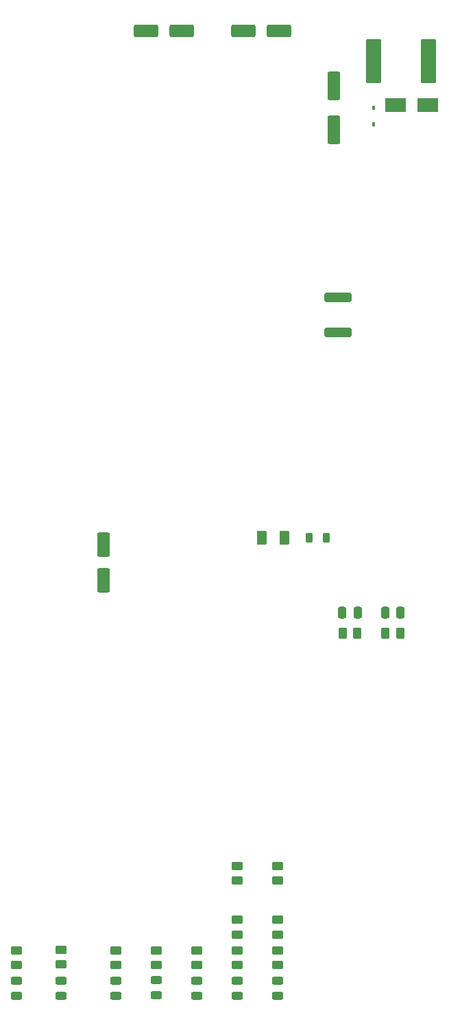
<source format=gbr>
%TF.GenerationSoftware,KiCad,Pcbnew,(6.0.7-1)-1*%
%TF.CreationDate,2022-08-23T12:38:47-05:00*%
%TF.ProjectId,NR1B-Power,4e523142-2d50-46f7-9765-722e6b696361,rev?*%
%TF.SameCoordinates,Original*%
%TF.FileFunction,Paste,Top*%
%TF.FilePolarity,Positive*%
%FSLAX46Y46*%
G04 Gerber Fmt 4.6, Leading zero omitted, Abs format (unit mm)*
G04 Created by KiCad (PCBNEW (6.0.7-1)-1) date 2022-08-23 12:38:47*
%MOMM*%
%LPD*%
G01*
G04 APERTURE LIST*
G04 Aperture macros list*
%AMRoundRect*
0 Rectangle with rounded corners*
0 $1 Rounding radius*
0 $2 $3 $4 $5 $6 $7 $8 $9 X,Y pos of 4 corners*
0 Add a 4 corners polygon primitive as box body*
4,1,4,$2,$3,$4,$5,$6,$7,$8,$9,$2,$3,0*
0 Add four circle primitives for the rounded corners*
1,1,$1+$1,$2,$3*
1,1,$1+$1,$4,$5*
1,1,$1+$1,$6,$7*
1,1,$1+$1,$8,$9*
0 Add four rect primitives between the rounded corners*
20,1,$1+$1,$2,$3,$4,$5,0*
20,1,$1+$1,$4,$5,$6,$7,0*
20,1,$1+$1,$6,$7,$8,$9,0*
20,1,$1+$1,$8,$9,$2,$3,0*%
G04 Aperture macros list end*
%ADD10RoundRect,0.250000X0.250000X0.475000X-0.250000X0.475000X-0.250000X-0.475000X0.250000X-0.475000X0*%
%ADD11RoundRect,0.243750X0.456250X-0.243750X0.456250X0.243750X-0.456250X0.243750X-0.456250X-0.243750X0*%
%ADD12RoundRect,0.243750X-0.456250X0.243750X-0.456250X-0.243750X0.456250X-0.243750X0.456250X0.243750X0*%
%ADD13RoundRect,0.250000X-0.450000X0.262500X-0.450000X-0.262500X0.450000X-0.262500X0.450000X0.262500X0*%
%ADD14RoundRect,0.250000X1.250000X0.550000X-1.250000X0.550000X-1.250000X-0.550000X1.250000X-0.550000X0*%
%ADD15RoundRect,0.218750X0.218750X0.381250X-0.218750X0.381250X-0.218750X-0.381250X0.218750X-0.381250X0*%
%ADD16RoundRect,0.250000X0.712500X2.475000X-0.712500X2.475000X-0.712500X-2.475000X0.712500X-2.475000X0*%
%ADD17RoundRect,0.250000X0.450000X-0.262500X0.450000X0.262500X-0.450000X0.262500X-0.450000X-0.262500X0*%
%ADD18RoundRect,0.250000X-1.450000X0.312500X-1.450000X-0.312500X1.450000X-0.312500X1.450000X0.312500X0*%
%ADD19RoundRect,0.250000X0.375000X0.625000X-0.375000X0.625000X-0.375000X-0.625000X0.375000X-0.625000X0*%
%ADD20RoundRect,0.250000X-0.550000X1.250000X-0.550000X-1.250000X0.550000X-1.250000X0.550000X1.250000X0*%
%ADD21RoundRect,0.250000X-0.250000X-0.475000X0.250000X-0.475000X0.250000X0.475000X-0.250000X0.475000X0*%
%ADD22RoundRect,0.250000X0.550000X-1.500000X0.550000X1.500000X-0.550000X1.500000X-0.550000X-1.500000X0*%
%ADD23R,2.500000X1.800000*%
%ADD24RoundRect,0.250000X0.262500X0.450000X-0.262500X0.450000X-0.262500X-0.450000X0.262500X-0.450000X0*%
%ADD25RoundRect,0.250000X-0.262500X-0.450000X0.262500X-0.450000X0.262500X0.450000X-0.262500X0.450000X0*%
%ADD26R,0.450000X0.600000*%
G04 APERTURE END LIST*
D10*
%TO.C,C5*%
X217200000Y-163000000D03*
X215300000Y-163000000D03*
%TD*%
D11*
%TO.C,D5*%
X182000000Y-210187500D03*
X182000000Y-208312500D03*
%TD*%
D12*
%TO.C,D3*%
X202000000Y-208312500D03*
X202000000Y-210187500D03*
%TD*%
D13*
%TO.C,R6*%
X197000000Y-194175000D03*
X197000000Y-196000000D03*
%TD*%
%TO.C,R4*%
X202000000Y-200837500D03*
X202000000Y-202662500D03*
%TD*%
D14*
%TO.C,C3*%
X202200000Y-91250000D03*
X197800000Y-91250000D03*
%TD*%
D15*
%TO.C,FB1*%
X208062500Y-153750000D03*
X205937500Y-153750000D03*
%TD*%
D16*
%TO.C,F1*%
X220637500Y-95000000D03*
X213862500Y-95000000D03*
%TD*%
D17*
%TO.C,R12*%
X169750000Y-206412500D03*
X169750000Y-204587500D03*
%TD*%
D13*
%TO.C,R3*%
X202000000Y-204587500D03*
X202000000Y-206412500D03*
%TD*%
D18*
%TO.C,F3*%
X209500000Y-124112500D03*
X209500000Y-128387500D03*
%TD*%
D19*
%TO.C,F2*%
X202900000Y-153750000D03*
X200100000Y-153750000D03*
%TD*%
D11*
%TO.C,D6*%
X187000000Y-210125000D03*
X187000000Y-208250000D03*
%TD*%
D20*
%TO.C,C2*%
X180500000Y-154550000D03*
X180500000Y-158950000D03*
%TD*%
D13*
%TO.C,R9*%
X182000000Y-204587500D03*
X182000000Y-206412500D03*
%TD*%
D14*
%TO.C,C4*%
X190200000Y-91250000D03*
X185800000Y-91250000D03*
%TD*%
D21*
%TO.C,C6*%
X210000000Y-163000000D03*
X211900000Y-163000000D03*
%TD*%
D11*
%TO.C,D9*%
X192000000Y-210187500D03*
X192000000Y-208312500D03*
%TD*%
D17*
%TO.C,R11*%
X175250000Y-206325000D03*
X175250000Y-204500000D03*
%TD*%
D13*
%TO.C,R10*%
X187000000Y-204587500D03*
X187000000Y-206412500D03*
%TD*%
%TO.C,R13*%
X192000000Y-204587500D03*
X192000000Y-206412500D03*
%TD*%
D22*
%TO.C,C1*%
X209000000Y-103450000D03*
X209000000Y-98050000D03*
%TD*%
D12*
%TO.C,D8*%
X169750000Y-208312500D03*
X169750000Y-210187500D03*
%TD*%
D13*
%TO.C,R7*%
X197000000Y-204587500D03*
X197000000Y-206412500D03*
%TD*%
D23*
%TO.C,D1*%
X216600000Y-100400000D03*
X220600000Y-100400000D03*
%TD*%
D13*
%TO.C,R8*%
X197000000Y-200837500D03*
X197000000Y-202662500D03*
%TD*%
D12*
%TO.C,D7*%
X175250000Y-208312500D03*
X175250000Y-210187500D03*
%TD*%
D24*
%TO.C,R5*%
X211862500Y-165500000D03*
X210037500Y-165500000D03*
%TD*%
D25*
%TO.C,R1*%
X215337500Y-165500000D03*
X217162500Y-165500000D03*
%TD*%
D13*
%TO.C,R2*%
X202000000Y-194175000D03*
X202000000Y-196000000D03*
%TD*%
D11*
%TO.C,D4*%
X197000000Y-210187500D03*
X197000000Y-208312500D03*
%TD*%
D26*
%TO.C,D2*%
X213900000Y-102800000D03*
X213900000Y-100700000D03*
%TD*%
M02*

</source>
